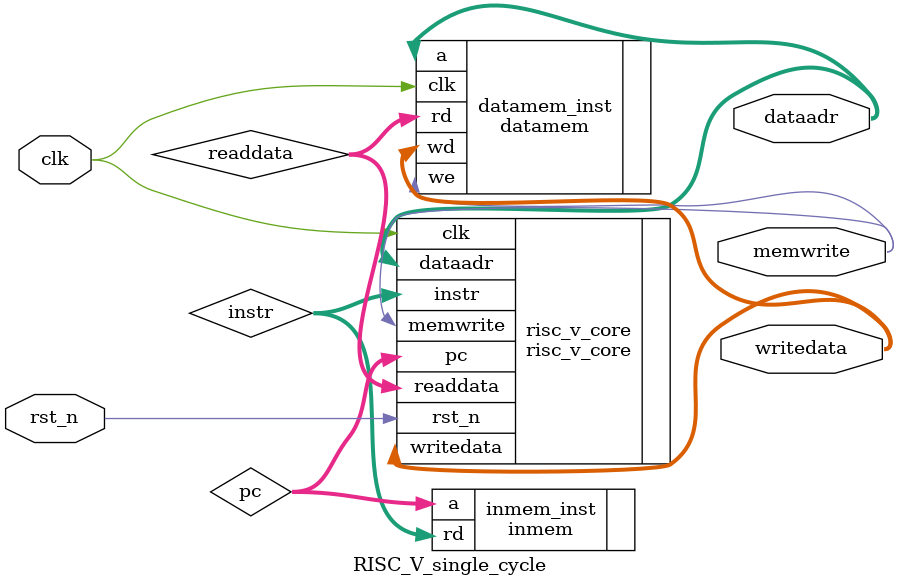
<source format=v>
module RISC_V_single_cycle(
    input           clk,
    input           rst_n,
    output  [31:0]  writedata, dataadr,
    output          memwrite
);
    wire [31:0] pc, instr, readdata;

    risc_v_core risc_v_core(
        .clk(clk),
        .rst_n(rst_n),
        .instr(instr),
        .readdata(readdata),
        .pc(pc),
        .dataadr(dataadr),
        .writedata(writedata),
        .memwrite(memwrite)
    );

    inmem inmem_inst(
        .a(pc),
        .rd(instr)
    );

    datamem datamem_inst(
        .clk(clk),
        .a(dataadr),
        .wd(writedata),
        .we(memwrite),
        .rd(readdata)
    );
    
endmodule
</source>
